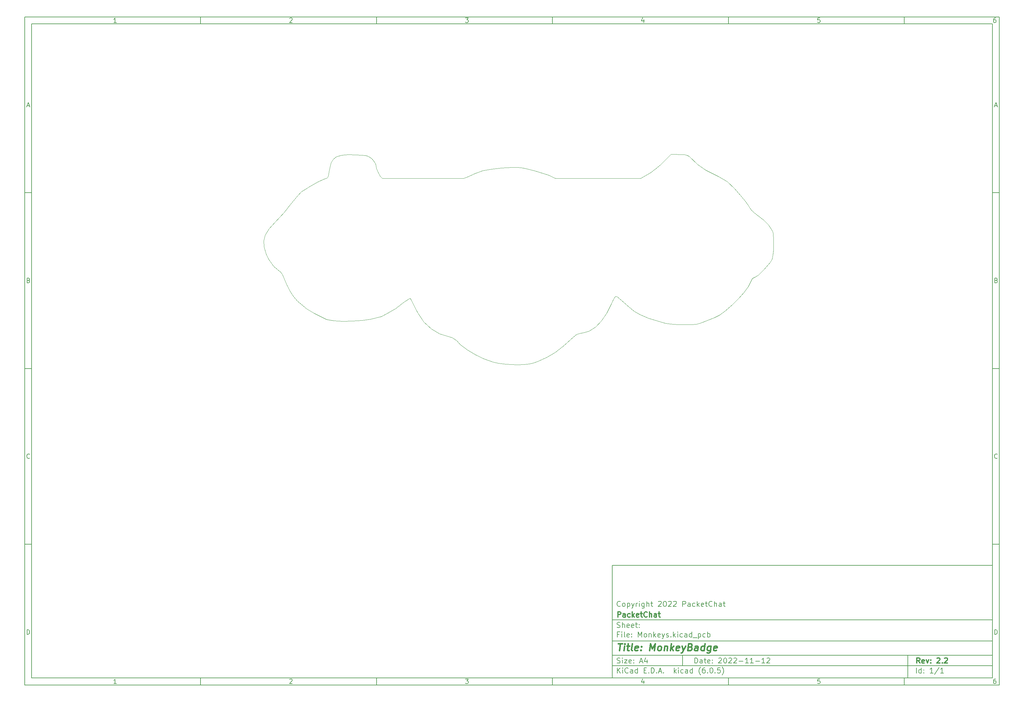
<source format=gbr>
%TF.GenerationSoftware,KiCad,Pcbnew,(6.0.5)*%
%TF.CreationDate,2022-11-12T14:57:53-08:00*%
%TF.ProjectId,Monkeys,4d6f6e6b-6579-4732-9e6b-696361645f70,2.2*%
%TF.SameCoordinates,Original*%
%TF.FileFunction,Profile,NP*%
%FSLAX46Y46*%
G04 Gerber Fmt 4.6, Leading zero omitted, Abs format (unit mm)*
G04 Created by KiCad (PCBNEW (6.0.5)) date 2022-11-12 14:57:53*
%MOMM*%
%LPD*%
G01*
G04 APERTURE LIST*
%ADD10C,0.100000*%
%ADD11C,0.150000*%
%ADD12C,0.300000*%
%ADD13C,0.400000*%
%TA.AperFunction,Profile*%
%ADD14C,0.100000*%
%TD*%
G04 APERTURE END LIST*
D10*
D11*
X177002200Y-166007200D02*
X177002200Y-198007200D01*
X285002200Y-198007200D01*
X285002200Y-166007200D01*
X177002200Y-166007200D01*
D10*
D11*
X10000000Y-10000000D02*
X10000000Y-200007200D01*
X287002200Y-200007200D01*
X287002200Y-10000000D01*
X10000000Y-10000000D01*
D10*
D11*
X12000000Y-12000000D02*
X12000000Y-198007200D01*
X285002200Y-198007200D01*
X285002200Y-12000000D01*
X12000000Y-12000000D01*
D10*
D11*
X60000000Y-12000000D02*
X60000000Y-10000000D01*
D10*
D11*
X110000000Y-12000000D02*
X110000000Y-10000000D01*
D10*
D11*
X160000000Y-12000000D02*
X160000000Y-10000000D01*
D10*
D11*
X210000000Y-12000000D02*
X210000000Y-10000000D01*
D10*
D11*
X260000000Y-12000000D02*
X260000000Y-10000000D01*
D10*
D11*
X36065476Y-11588095D02*
X35322619Y-11588095D01*
X35694047Y-11588095D02*
X35694047Y-10288095D01*
X35570238Y-10473809D01*
X35446428Y-10597619D01*
X35322619Y-10659523D01*
D10*
D11*
X85322619Y-10411904D02*
X85384523Y-10350000D01*
X85508333Y-10288095D01*
X85817857Y-10288095D01*
X85941666Y-10350000D01*
X86003571Y-10411904D01*
X86065476Y-10535714D01*
X86065476Y-10659523D01*
X86003571Y-10845238D01*
X85260714Y-11588095D01*
X86065476Y-11588095D01*
D10*
D11*
X135260714Y-10288095D02*
X136065476Y-10288095D01*
X135632142Y-10783333D01*
X135817857Y-10783333D01*
X135941666Y-10845238D01*
X136003571Y-10907142D01*
X136065476Y-11030952D01*
X136065476Y-11340476D01*
X136003571Y-11464285D01*
X135941666Y-11526190D01*
X135817857Y-11588095D01*
X135446428Y-11588095D01*
X135322619Y-11526190D01*
X135260714Y-11464285D01*
D10*
D11*
X185941666Y-10721428D02*
X185941666Y-11588095D01*
X185632142Y-10226190D02*
X185322619Y-11154761D01*
X186127380Y-11154761D01*
D10*
D11*
X236003571Y-10288095D02*
X235384523Y-10288095D01*
X235322619Y-10907142D01*
X235384523Y-10845238D01*
X235508333Y-10783333D01*
X235817857Y-10783333D01*
X235941666Y-10845238D01*
X236003571Y-10907142D01*
X236065476Y-11030952D01*
X236065476Y-11340476D01*
X236003571Y-11464285D01*
X235941666Y-11526190D01*
X235817857Y-11588095D01*
X235508333Y-11588095D01*
X235384523Y-11526190D01*
X235322619Y-11464285D01*
D10*
D11*
X285941666Y-10288095D02*
X285694047Y-10288095D01*
X285570238Y-10350000D01*
X285508333Y-10411904D01*
X285384523Y-10597619D01*
X285322619Y-10845238D01*
X285322619Y-11340476D01*
X285384523Y-11464285D01*
X285446428Y-11526190D01*
X285570238Y-11588095D01*
X285817857Y-11588095D01*
X285941666Y-11526190D01*
X286003571Y-11464285D01*
X286065476Y-11340476D01*
X286065476Y-11030952D01*
X286003571Y-10907142D01*
X285941666Y-10845238D01*
X285817857Y-10783333D01*
X285570238Y-10783333D01*
X285446428Y-10845238D01*
X285384523Y-10907142D01*
X285322619Y-11030952D01*
D10*
D11*
X60000000Y-198007200D02*
X60000000Y-200007200D01*
D10*
D11*
X110000000Y-198007200D02*
X110000000Y-200007200D01*
D10*
D11*
X160000000Y-198007200D02*
X160000000Y-200007200D01*
D10*
D11*
X210000000Y-198007200D02*
X210000000Y-200007200D01*
D10*
D11*
X260000000Y-198007200D02*
X260000000Y-200007200D01*
D10*
D11*
X36065476Y-199595295D02*
X35322619Y-199595295D01*
X35694047Y-199595295D02*
X35694047Y-198295295D01*
X35570238Y-198481009D01*
X35446428Y-198604819D01*
X35322619Y-198666723D01*
D10*
D11*
X85322619Y-198419104D02*
X85384523Y-198357200D01*
X85508333Y-198295295D01*
X85817857Y-198295295D01*
X85941666Y-198357200D01*
X86003571Y-198419104D01*
X86065476Y-198542914D01*
X86065476Y-198666723D01*
X86003571Y-198852438D01*
X85260714Y-199595295D01*
X86065476Y-199595295D01*
D10*
D11*
X135260714Y-198295295D02*
X136065476Y-198295295D01*
X135632142Y-198790533D01*
X135817857Y-198790533D01*
X135941666Y-198852438D01*
X136003571Y-198914342D01*
X136065476Y-199038152D01*
X136065476Y-199347676D01*
X136003571Y-199471485D01*
X135941666Y-199533390D01*
X135817857Y-199595295D01*
X135446428Y-199595295D01*
X135322619Y-199533390D01*
X135260714Y-199471485D01*
D10*
D11*
X185941666Y-198728628D02*
X185941666Y-199595295D01*
X185632142Y-198233390D02*
X185322619Y-199161961D01*
X186127380Y-199161961D01*
D10*
D11*
X236003571Y-198295295D02*
X235384523Y-198295295D01*
X235322619Y-198914342D01*
X235384523Y-198852438D01*
X235508333Y-198790533D01*
X235817857Y-198790533D01*
X235941666Y-198852438D01*
X236003571Y-198914342D01*
X236065476Y-199038152D01*
X236065476Y-199347676D01*
X236003571Y-199471485D01*
X235941666Y-199533390D01*
X235817857Y-199595295D01*
X235508333Y-199595295D01*
X235384523Y-199533390D01*
X235322619Y-199471485D01*
D10*
D11*
X285941666Y-198295295D02*
X285694047Y-198295295D01*
X285570238Y-198357200D01*
X285508333Y-198419104D01*
X285384523Y-198604819D01*
X285322619Y-198852438D01*
X285322619Y-199347676D01*
X285384523Y-199471485D01*
X285446428Y-199533390D01*
X285570238Y-199595295D01*
X285817857Y-199595295D01*
X285941666Y-199533390D01*
X286003571Y-199471485D01*
X286065476Y-199347676D01*
X286065476Y-199038152D01*
X286003571Y-198914342D01*
X285941666Y-198852438D01*
X285817857Y-198790533D01*
X285570238Y-198790533D01*
X285446428Y-198852438D01*
X285384523Y-198914342D01*
X285322619Y-199038152D01*
D10*
D11*
X10000000Y-60000000D02*
X12000000Y-60000000D01*
D10*
D11*
X10000000Y-110000000D02*
X12000000Y-110000000D01*
D10*
D11*
X10000000Y-160000000D02*
X12000000Y-160000000D01*
D10*
D11*
X10690476Y-35216666D02*
X11309523Y-35216666D01*
X10566666Y-35588095D02*
X11000000Y-34288095D01*
X11433333Y-35588095D01*
D10*
D11*
X11092857Y-84907142D02*
X11278571Y-84969047D01*
X11340476Y-85030952D01*
X11402380Y-85154761D01*
X11402380Y-85340476D01*
X11340476Y-85464285D01*
X11278571Y-85526190D01*
X11154761Y-85588095D01*
X10659523Y-85588095D01*
X10659523Y-84288095D01*
X11092857Y-84288095D01*
X11216666Y-84350000D01*
X11278571Y-84411904D01*
X11340476Y-84535714D01*
X11340476Y-84659523D01*
X11278571Y-84783333D01*
X11216666Y-84845238D01*
X11092857Y-84907142D01*
X10659523Y-84907142D01*
D10*
D11*
X11402380Y-135464285D02*
X11340476Y-135526190D01*
X11154761Y-135588095D01*
X11030952Y-135588095D01*
X10845238Y-135526190D01*
X10721428Y-135402380D01*
X10659523Y-135278571D01*
X10597619Y-135030952D01*
X10597619Y-134845238D01*
X10659523Y-134597619D01*
X10721428Y-134473809D01*
X10845238Y-134350000D01*
X11030952Y-134288095D01*
X11154761Y-134288095D01*
X11340476Y-134350000D01*
X11402380Y-134411904D01*
D10*
D11*
X10659523Y-185588095D02*
X10659523Y-184288095D01*
X10969047Y-184288095D01*
X11154761Y-184350000D01*
X11278571Y-184473809D01*
X11340476Y-184597619D01*
X11402380Y-184845238D01*
X11402380Y-185030952D01*
X11340476Y-185278571D01*
X11278571Y-185402380D01*
X11154761Y-185526190D01*
X10969047Y-185588095D01*
X10659523Y-185588095D01*
D10*
D11*
X287002200Y-60000000D02*
X285002200Y-60000000D01*
D10*
D11*
X287002200Y-110000000D02*
X285002200Y-110000000D01*
D10*
D11*
X287002200Y-160000000D02*
X285002200Y-160000000D01*
D10*
D11*
X285692676Y-35216666D02*
X286311723Y-35216666D01*
X285568866Y-35588095D02*
X286002200Y-34288095D01*
X286435533Y-35588095D01*
D10*
D11*
X286095057Y-84907142D02*
X286280771Y-84969047D01*
X286342676Y-85030952D01*
X286404580Y-85154761D01*
X286404580Y-85340476D01*
X286342676Y-85464285D01*
X286280771Y-85526190D01*
X286156961Y-85588095D01*
X285661723Y-85588095D01*
X285661723Y-84288095D01*
X286095057Y-84288095D01*
X286218866Y-84350000D01*
X286280771Y-84411904D01*
X286342676Y-84535714D01*
X286342676Y-84659523D01*
X286280771Y-84783333D01*
X286218866Y-84845238D01*
X286095057Y-84907142D01*
X285661723Y-84907142D01*
D10*
D11*
X286404580Y-135464285D02*
X286342676Y-135526190D01*
X286156961Y-135588095D01*
X286033152Y-135588095D01*
X285847438Y-135526190D01*
X285723628Y-135402380D01*
X285661723Y-135278571D01*
X285599819Y-135030952D01*
X285599819Y-134845238D01*
X285661723Y-134597619D01*
X285723628Y-134473809D01*
X285847438Y-134350000D01*
X286033152Y-134288095D01*
X286156961Y-134288095D01*
X286342676Y-134350000D01*
X286404580Y-134411904D01*
D10*
D11*
X285661723Y-185588095D02*
X285661723Y-184288095D01*
X285971247Y-184288095D01*
X286156961Y-184350000D01*
X286280771Y-184473809D01*
X286342676Y-184597619D01*
X286404580Y-184845238D01*
X286404580Y-185030952D01*
X286342676Y-185278571D01*
X286280771Y-185402380D01*
X286156961Y-185526190D01*
X285971247Y-185588095D01*
X285661723Y-185588095D01*
D10*
D11*
X200434342Y-193785771D02*
X200434342Y-192285771D01*
X200791485Y-192285771D01*
X201005771Y-192357200D01*
X201148628Y-192500057D01*
X201220057Y-192642914D01*
X201291485Y-192928628D01*
X201291485Y-193142914D01*
X201220057Y-193428628D01*
X201148628Y-193571485D01*
X201005771Y-193714342D01*
X200791485Y-193785771D01*
X200434342Y-193785771D01*
X202577200Y-193785771D02*
X202577200Y-193000057D01*
X202505771Y-192857200D01*
X202362914Y-192785771D01*
X202077200Y-192785771D01*
X201934342Y-192857200D01*
X202577200Y-193714342D02*
X202434342Y-193785771D01*
X202077200Y-193785771D01*
X201934342Y-193714342D01*
X201862914Y-193571485D01*
X201862914Y-193428628D01*
X201934342Y-193285771D01*
X202077200Y-193214342D01*
X202434342Y-193214342D01*
X202577200Y-193142914D01*
X203077200Y-192785771D02*
X203648628Y-192785771D01*
X203291485Y-192285771D02*
X203291485Y-193571485D01*
X203362914Y-193714342D01*
X203505771Y-193785771D01*
X203648628Y-193785771D01*
X204720057Y-193714342D02*
X204577200Y-193785771D01*
X204291485Y-193785771D01*
X204148628Y-193714342D01*
X204077200Y-193571485D01*
X204077200Y-193000057D01*
X204148628Y-192857200D01*
X204291485Y-192785771D01*
X204577200Y-192785771D01*
X204720057Y-192857200D01*
X204791485Y-193000057D01*
X204791485Y-193142914D01*
X204077200Y-193285771D01*
X205434342Y-193642914D02*
X205505771Y-193714342D01*
X205434342Y-193785771D01*
X205362914Y-193714342D01*
X205434342Y-193642914D01*
X205434342Y-193785771D01*
X205434342Y-192857200D02*
X205505771Y-192928628D01*
X205434342Y-193000057D01*
X205362914Y-192928628D01*
X205434342Y-192857200D01*
X205434342Y-193000057D01*
X207220057Y-192428628D02*
X207291485Y-192357200D01*
X207434342Y-192285771D01*
X207791485Y-192285771D01*
X207934342Y-192357200D01*
X208005771Y-192428628D01*
X208077200Y-192571485D01*
X208077200Y-192714342D01*
X208005771Y-192928628D01*
X207148628Y-193785771D01*
X208077200Y-193785771D01*
X209005771Y-192285771D02*
X209148628Y-192285771D01*
X209291485Y-192357200D01*
X209362914Y-192428628D01*
X209434342Y-192571485D01*
X209505771Y-192857200D01*
X209505771Y-193214342D01*
X209434342Y-193500057D01*
X209362914Y-193642914D01*
X209291485Y-193714342D01*
X209148628Y-193785771D01*
X209005771Y-193785771D01*
X208862914Y-193714342D01*
X208791485Y-193642914D01*
X208720057Y-193500057D01*
X208648628Y-193214342D01*
X208648628Y-192857200D01*
X208720057Y-192571485D01*
X208791485Y-192428628D01*
X208862914Y-192357200D01*
X209005771Y-192285771D01*
X210077200Y-192428628D02*
X210148628Y-192357200D01*
X210291485Y-192285771D01*
X210648628Y-192285771D01*
X210791485Y-192357200D01*
X210862914Y-192428628D01*
X210934342Y-192571485D01*
X210934342Y-192714342D01*
X210862914Y-192928628D01*
X210005771Y-193785771D01*
X210934342Y-193785771D01*
X211505771Y-192428628D02*
X211577200Y-192357200D01*
X211720057Y-192285771D01*
X212077200Y-192285771D01*
X212220057Y-192357200D01*
X212291485Y-192428628D01*
X212362914Y-192571485D01*
X212362914Y-192714342D01*
X212291485Y-192928628D01*
X211434342Y-193785771D01*
X212362914Y-193785771D01*
X213005771Y-193214342D02*
X214148628Y-193214342D01*
X215648628Y-193785771D02*
X214791485Y-193785771D01*
X215220057Y-193785771D02*
X215220057Y-192285771D01*
X215077200Y-192500057D01*
X214934342Y-192642914D01*
X214791485Y-192714342D01*
X217077200Y-193785771D02*
X216220057Y-193785771D01*
X216648628Y-193785771D02*
X216648628Y-192285771D01*
X216505771Y-192500057D01*
X216362914Y-192642914D01*
X216220057Y-192714342D01*
X217720057Y-193214342D02*
X218862914Y-193214342D01*
X220362914Y-193785771D02*
X219505771Y-193785771D01*
X219934342Y-193785771D02*
X219934342Y-192285771D01*
X219791485Y-192500057D01*
X219648628Y-192642914D01*
X219505771Y-192714342D01*
X220934342Y-192428628D02*
X221005771Y-192357200D01*
X221148628Y-192285771D01*
X221505771Y-192285771D01*
X221648628Y-192357200D01*
X221720057Y-192428628D01*
X221791485Y-192571485D01*
X221791485Y-192714342D01*
X221720057Y-192928628D01*
X220862914Y-193785771D01*
X221791485Y-193785771D01*
D10*
D11*
X177002200Y-194507200D02*
X285002200Y-194507200D01*
D10*
D11*
X178434342Y-196585771D02*
X178434342Y-195085771D01*
X179291485Y-196585771D02*
X178648628Y-195728628D01*
X179291485Y-195085771D02*
X178434342Y-195942914D01*
X179934342Y-196585771D02*
X179934342Y-195585771D01*
X179934342Y-195085771D02*
X179862914Y-195157200D01*
X179934342Y-195228628D01*
X180005771Y-195157200D01*
X179934342Y-195085771D01*
X179934342Y-195228628D01*
X181505771Y-196442914D02*
X181434342Y-196514342D01*
X181220057Y-196585771D01*
X181077200Y-196585771D01*
X180862914Y-196514342D01*
X180720057Y-196371485D01*
X180648628Y-196228628D01*
X180577200Y-195942914D01*
X180577200Y-195728628D01*
X180648628Y-195442914D01*
X180720057Y-195300057D01*
X180862914Y-195157200D01*
X181077200Y-195085771D01*
X181220057Y-195085771D01*
X181434342Y-195157200D01*
X181505771Y-195228628D01*
X182791485Y-196585771D02*
X182791485Y-195800057D01*
X182720057Y-195657200D01*
X182577200Y-195585771D01*
X182291485Y-195585771D01*
X182148628Y-195657200D01*
X182791485Y-196514342D02*
X182648628Y-196585771D01*
X182291485Y-196585771D01*
X182148628Y-196514342D01*
X182077200Y-196371485D01*
X182077200Y-196228628D01*
X182148628Y-196085771D01*
X182291485Y-196014342D01*
X182648628Y-196014342D01*
X182791485Y-195942914D01*
X184148628Y-196585771D02*
X184148628Y-195085771D01*
X184148628Y-196514342D02*
X184005771Y-196585771D01*
X183720057Y-196585771D01*
X183577200Y-196514342D01*
X183505771Y-196442914D01*
X183434342Y-196300057D01*
X183434342Y-195871485D01*
X183505771Y-195728628D01*
X183577200Y-195657200D01*
X183720057Y-195585771D01*
X184005771Y-195585771D01*
X184148628Y-195657200D01*
X186005771Y-195800057D02*
X186505771Y-195800057D01*
X186720057Y-196585771D02*
X186005771Y-196585771D01*
X186005771Y-195085771D01*
X186720057Y-195085771D01*
X187362914Y-196442914D02*
X187434342Y-196514342D01*
X187362914Y-196585771D01*
X187291485Y-196514342D01*
X187362914Y-196442914D01*
X187362914Y-196585771D01*
X188077200Y-196585771D02*
X188077200Y-195085771D01*
X188434342Y-195085771D01*
X188648628Y-195157200D01*
X188791485Y-195300057D01*
X188862914Y-195442914D01*
X188934342Y-195728628D01*
X188934342Y-195942914D01*
X188862914Y-196228628D01*
X188791485Y-196371485D01*
X188648628Y-196514342D01*
X188434342Y-196585771D01*
X188077200Y-196585771D01*
X189577200Y-196442914D02*
X189648628Y-196514342D01*
X189577200Y-196585771D01*
X189505771Y-196514342D01*
X189577200Y-196442914D01*
X189577200Y-196585771D01*
X190220057Y-196157200D02*
X190934342Y-196157200D01*
X190077200Y-196585771D02*
X190577200Y-195085771D01*
X191077200Y-196585771D01*
X191577200Y-196442914D02*
X191648628Y-196514342D01*
X191577200Y-196585771D01*
X191505771Y-196514342D01*
X191577200Y-196442914D01*
X191577200Y-196585771D01*
X194577200Y-196585771D02*
X194577200Y-195085771D01*
X194720057Y-196014342D02*
X195148628Y-196585771D01*
X195148628Y-195585771D02*
X194577200Y-196157200D01*
X195791485Y-196585771D02*
X195791485Y-195585771D01*
X195791485Y-195085771D02*
X195720057Y-195157200D01*
X195791485Y-195228628D01*
X195862914Y-195157200D01*
X195791485Y-195085771D01*
X195791485Y-195228628D01*
X197148628Y-196514342D02*
X197005771Y-196585771D01*
X196720057Y-196585771D01*
X196577200Y-196514342D01*
X196505771Y-196442914D01*
X196434342Y-196300057D01*
X196434342Y-195871485D01*
X196505771Y-195728628D01*
X196577200Y-195657200D01*
X196720057Y-195585771D01*
X197005771Y-195585771D01*
X197148628Y-195657200D01*
X198434342Y-196585771D02*
X198434342Y-195800057D01*
X198362914Y-195657200D01*
X198220057Y-195585771D01*
X197934342Y-195585771D01*
X197791485Y-195657200D01*
X198434342Y-196514342D02*
X198291485Y-196585771D01*
X197934342Y-196585771D01*
X197791485Y-196514342D01*
X197720057Y-196371485D01*
X197720057Y-196228628D01*
X197791485Y-196085771D01*
X197934342Y-196014342D01*
X198291485Y-196014342D01*
X198434342Y-195942914D01*
X199791485Y-196585771D02*
X199791485Y-195085771D01*
X199791485Y-196514342D02*
X199648628Y-196585771D01*
X199362914Y-196585771D01*
X199220057Y-196514342D01*
X199148628Y-196442914D01*
X199077200Y-196300057D01*
X199077200Y-195871485D01*
X199148628Y-195728628D01*
X199220057Y-195657200D01*
X199362914Y-195585771D01*
X199648628Y-195585771D01*
X199791485Y-195657200D01*
X202077200Y-197157200D02*
X202005771Y-197085771D01*
X201862914Y-196871485D01*
X201791485Y-196728628D01*
X201720057Y-196514342D01*
X201648628Y-196157200D01*
X201648628Y-195871485D01*
X201720057Y-195514342D01*
X201791485Y-195300057D01*
X201862914Y-195157200D01*
X202005771Y-194942914D01*
X202077200Y-194871485D01*
X203291485Y-195085771D02*
X203005771Y-195085771D01*
X202862914Y-195157200D01*
X202791485Y-195228628D01*
X202648628Y-195442914D01*
X202577200Y-195728628D01*
X202577200Y-196300057D01*
X202648628Y-196442914D01*
X202720057Y-196514342D01*
X202862914Y-196585771D01*
X203148628Y-196585771D01*
X203291485Y-196514342D01*
X203362914Y-196442914D01*
X203434342Y-196300057D01*
X203434342Y-195942914D01*
X203362914Y-195800057D01*
X203291485Y-195728628D01*
X203148628Y-195657200D01*
X202862914Y-195657200D01*
X202720057Y-195728628D01*
X202648628Y-195800057D01*
X202577200Y-195942914D01*
X204077200Y-196442914D02*
X204148628Y-196514342D01*
X204077200Y-196585771D01*
X204005771Y-196514342D01*
X204077200Y-196442914D01*
X204077200Y-196585771D01*
X205077200Y-195085771D02*
X205220057Y-195085771D01*
X205362914Y-195157200D01*
X205434342Y-195228628D01*
X205505771Y-195371485D01*
X205577200Y-195657200D01*
X205577200Y-196014342D01*
X205505771Y-196300057D01*
X205434342Y-196442914D01*
X205362914Y-196514342D01*
X205220057Y-196585771D01*
X205077200Y-196585771D01*
X204934342Y-196514342D01*
X204862914Y-196442914D01*
X204791485Y-196300057D01*
X204720057Y-196014342D01*
X204720057Y-195657200D01*
X204791485Y-195371485D01*
X204862914Y-195228628D01*
X204934342Y-195157200D01*
X205077200Y-195085771D01*
X206220057Y-196442914D02*
X206291485Y-196514342D01*
X206220057Y-196585771D01*
X206148628Y-196514342D01*
X206220057Y-196442914D01*
X206220057Y-196585771D01*
X207648628Y-195085771D02*
X206934342Y-195085771D01*
X206862914Y-195800057D01*
X206934342Y-195728628D01*
X207077200Y-195657200D01*
X207434342Y-195657200D01*
X207577200Y-195728628D01*
X207648628Y-195800057D01*
X207720057Y-195942914D01*
X207720057Y-196300057D01*
X207648628Y-196442914D01*
X207577200Y-196514342D01*
X207434342Y-196585771D01*
X207077200Y-196585771D01*
X206934342Y-196514342D01*
X206862914Y-196442914D01*
X208220057Y-197157200D02*
X208291485Y-197085771D01*
X208434342Y-196871485D01*
X208505771Y-196728628D01*
X208577200Y-196514342D01*
X208648628Y-196157200D01*
X208648628Y-195871485D01*
X208577200Y-195514342D01*
X208505771Y-195300057D01*
X208434342Y-195157200D01*
X208291485Y-194942914D01*
X208220057Y-194871485D01*
D10*
D11*
X177002200Y-191507200D02*
X285002200Y-191507200D01*
D10*
D12*
X264411485Y-193785771D02*
X263911485Y-193071485D01*
X263554342Y-193785771D02*
X263554342Y-192285771D01*
X264125771Y-192285771D01*
X264268628Y-192357200D01*
X264340057Y-192428628D01*
X264411485Y-192571485D01*
X264411485Y-192785771D01*
X264340057Y-192928628D01*
X264268628Y-193000057D01*
X264125771Y-193071485D01*
X263554342Y-193071485D01*
X265625771Y-193714342D02*
X265482914Y-193785771D01*
X265197200Y-193785771D01*
X265054342Y-193714342D01*
X264982914Y-193571485D01*
X264982914Y-193000057D01*
X265054342Y-192857200D01*
X265197200Y-192785771D01*
X265482914Y-192785771D01*
X265625771Y-192857200D01*
X265697200Y-193000057D01*
X265697200Y-193142914D01*
X264982914Y-193285771D01*
X266197200Y-192785771D02*
X266554342Y-193785771D01*
X266911485Y-192785771D01*
X267482914Y-193642914D02*
X267554342Y-193714342D01*
X267482914Y-193785771D01*
X267411485Y-193714342D01*
X267482914Y-193642914D01*
X267482914Y-193785771D01*
X267482914Y-192857200D02*
X267554342Y-192928628D01*
X267482914Y-193000057D01*
X267411485Y-192928628D01*
X267482914Y-192857200D01*
X267482914Y-193000057D01*
X269268628Y-192428628D02*
X269340057Y-192357200D01*
X269482914Y-192285771D01*
X269840057Y-192285771D01*
X269982914Y-192357200D01*
X270054342Y-192428628D01*
X270125771Y-192571485D01*
X270125771Y-192714342D01*
X270054342Y-192928628D01*
X269197200Y-193785771D01*
X270125771Y-193785771D01*
X270768628Y-193642914D02*
X270840057Y-193714342D01*
X270768628Y-193785771D01*
X270697200Y-193714342D01*
X270768628Y-193642914D01*
X270768628Y-193785771D01*
X271411485Y-192428628D02*
X271482914Y-192357200D01*
X271625771Y-192285771D01*
X271982914Y-192285771D01*
X272125771Y-192357200D01*
X272197200Y-192428628D01*
X272268628Y-192571485D01*
X272268628Y-192714342D01*
X272197200Y-192928628D01*
X271340057Y-193785771D01*
X272268628Y-193785771D01*
D10*
D11*
X178362914Y-193714342D02*
X178577200Y-193785771D01*
X178934342Y-193785771D01*
X179077200Y-193714342D01*
X179148628Y-193642914D01*
X179220057Y-193500057D01*
X179220057Y-193357200D01*
X179148628Y-193214342D01*
X179077200Y-193142914D01*
X178934342Y-193071485D01*
X178648628Y-193000057D01*
X178505771Y-192928628D01*
X178434342Y-192857200D01*
X178362914Y-192714342D01*
X178362914Y-192571485D01*
X178434342Y-192428628D01*
X178505771Y-192357200D01*
X178648628Y-192285771D01*
X179005771Y-192285771D01*
X179220057Y-192357200D01*
X179862914Y-193785771D02*
X179862914Y-192785771D01*
X179862914Y-192285771D02*
X179791485Y-192357200D01*
X179862914Y-192428628D01*
X179934342Y-192357200D01*
X179862914Y-192285771D01*
X179862914Y-192428628D01*
X180434342Y-192785771D02*
X181220057Y-192785771D01*
X180434342Y-193785771D01*
X181220057Y-193785771D01*
X182362914Y-193714342D02*
X182220057Y-193785771D01*
X181934342Y-193785771D01*
X181791485Y-193714342D01*
X181720057Y-193571485D01*
X181720057Y-193000057D01*
X181791485Y-192857200D01*
X181934342Y-192785771D01*
X182220057Y-192785771D01*
X182362914Y-192857200D01*
X182434342Y-193000057D01*
X182434342Y-193142914D01*
X181720057Y-193285771D01*
X183077200Y-193642914D02*
X183148628Y-193714342D01*
X183077200Y-193785771D01*
X183005771Y-193714342D01*
X183077200Y-193642914D01*
X183077200Y-193785771D01*
X183077200Y-192857200D02*
X183148628Y-192928628D01*
X183077200Y-193000057D01*
X183005771Y-192928628D01*
X183077200Y-192857200D01*
X183077200Y-193000057D01*
X184862914Y-193357200D02*
X185577200Y-193357200D01*
X184720057Y-193785771D02*
X185220057Y-192285771D01*
X185720057Y-193785771D01*
X186862914Y-192785771D02*
X186862914Y-193785771D01*
X186505771Y-192214342D02*
X186148628Y-193285771D01*
X187077200Y-193285771D01*
D10*
D11*
X263434342Y-196585771D02*
X263434342Y-195085771D01*
X264791485Y-196585771D02*
X264791485Y-195085771D01*
X264791485Y-196514342D02*
X264648628Y-196585771D01*
X264362914Y-196585771D01*
X264220057Y-196514342D01*
X264148628Y-196442914D01*
X264077200Y-196300057D01*
X264077200Y-195871485D01*
X264148628Y-195728628D01*
X264220057Y-195657200D01*
X264362914Y-195585771D01*
X264648628Y-195585771D01*
X264791485Y-195657200D01*
X265505771Y-196442914D02*
X265577200Y-196514342D01*
X265505771Y-196585771D01*
X265434342Y-196514342D01*
X265505771Y-196442914D01*
X265505771Y-196585771D01*
X265505771Y-195657200D02*
X265577200Y-195728628D01*
X265505771Y-195800057D01*
X265434342Y-195728628D01*
X265505771Y-195657200D01*
X265505771Y-195800057D01*
X268148628Y-196585771D02*
X267291485Y-196585771D01*
X267720057Y-196585771D02*
X267720057Y-195085771D01*
X267577200Y-195300057D01*
X267434342Y-195442914D01*
X267291485Y-195514342D01*
X269862914Y-195014342D02*
X268577200Y-196942914D01*
X271148628Y-196585771D02*
X270291485Y-196585771D01*
X270720057Y-196585771D02*
X270720057Y-195085771D01*
X270577200Y-195300057D01*
X270434342Y-195442914D01*
X270291485Y-195514342D01*
D10*
D11*
X177002200Y-187507200D02*
X285002200Y-187507200D01*
D10*
D13*
X178714580Y-188211961D02*
X179857438Y-188211961D01*
X179036009Y-190211961D02*
X179286009Y-188211961D01*
X180274104Y-190211961D02*
X180440771Y-188878628D01*
X180524104Y-188211961D02*
X180416961Y-188307200D01*
X180500295Y-188402438D01*
X180607438Y-188307200D01*
X180524104Y-188211961D01*
X180500295Y-188402438D01*
X181107438Y-188878628D02*
X181869342Y-188878628D01*
X181476485Y-188211961D02*
X181262200Y-189926247D01*
X181333628Y-190116723D01*
X181512200Y-190211961D01*
X181702676Y-190211961D01*
X182655057Y-190211961D02*
X182476485Y-190116723D01*
X182405057Y-189926247D01*
X182619342Y-188211961D01*
X184190771Y-190116723D02*
X183988390Y-190211961D01*
X183607438Y-190211961D01*
X183428866Y-190116723D01*
X183357438Y-189926247D01*
X183452676Y-189164342D01*
X183571723Y-188973866D01*
X183774104Y-188878628D01*
X184155057Y-188878628D01*
X184333628Y-188973866D01*
X184405057Y-189164342D01*
X184381247Y-189354819D01*
X183405057Y-189545295D01*
X185155057Y-190021485D02*
X185238390Y-190116723D01*
X185131247Y-190211961D01*
X185047914Y-190116723D01*
X185155057Y-190021485D01*
X185131247Y-190211961D01*
X185286009Y-188973866D02*
X185369342Y-189069104D01*
X185262200Y-189164342D01*
X185178866Y-189069104D01*
X185286009Y-188973866D01*
X185262200Y-189164342D01*
X187607438Y-190211961D02*
X187857438Y-188211961D01*
X188345533Y-189640533D01*
X189190771Y-188211961D01*
X188940771Y-190211961D01*
X190178866Y-190211961D02*
X190000295Y-190116723D01*
X189916961Y-190021485D01*
X189845533Y-189831009D01*
X189916961Y-189259580D01*
X190036009Y-189069104D01*
X190143152Y-188973866D01*
X190345533Y-188878628D01*
X190631247Y-188878628D01*
X190809819Y-188973866D01*
X190893152Y-189069104D01*
X190964580Y-189259580D01*
X190893152Y-189831009D01*
X190774104Y-190021485D01*
X190666961Y-190116723D01*
X190464580Y-190211961D01*
X190178866Y-190211961D01*
X191869342Y-188878628D02*
X191702676Y-190211961D01*
X191845533Y-189069104D02*
X191952676Y-188973866D01*
X192155057Y-188878628D01*
X192440771Y-188878628D01*
X192619342Y-188973866D01*
X192690771Y-189164342D01*
X192559819Y-190211961D01*
X193512200Y-190211961D02*
X193762200Y-188211961D01*
X193797914Y-189450057D02*
X194274104Y-190211961D01*
X194440771Y-188878628D02*
X193583628Y-189640533D01*
X195905057Y-190116723D02*
X195702676Y-190211961D01*
X195321723Y-190211961D01*
X195143152Y-190116723D01*
X195071723Y-189926247D01*
X195166961Y-189164342D01*
X195286009Y-188973866D01*
X195488390Y-188878628D01*
X195869342Y-188878628D01*
X196047914Y-188973866D01*
X196119342Y-189164342D01*
X196095533Y-189354819D01*
X195119342Y-189545295D01*
X196821723Y-188878628D02*
X197131247Y-190211961D01*
X197774104Y-188878628D02*
X197131247Y-190211961D01*
X196881247Y-190688152D01*
X196774104Y-190783390D01*
X196571723Y-190878628D01*
X199166961Y-189164342D02*
X199440771Y-189259580D01*
X199524104Y-189354819D01*
X199595533Y-189545295D01*
X199559819Y-189831009D01*
X199440771Y-190021485D01*
X199333628Y-190116723D01*
X199131247Y-190211961D01*
X198369342Y-190211961D01*
X198619342Y-188211961D01*
X199286009Y-188211961D01*
X199464580Y-188307200D01*
X199547914Y-188402438D01*
X199619342Y-188592914D01*
X199595533Y-188783390D01*
X199476485Y-188973866D01*
X199369342Y-189069104D01*
X199166961Y-189164342D01*
X198500295Y-189164342D01*
X201226485Y-190211961D02*
X201357438Y-189164342D01*
X201286009Y-188973866D01*
X201107438Y-188878628D01*
X200726485Y-188878628D01*
X200524104Y-188973866D01*
X201238390Y-190116723D02*
X201036009Y-190211961D01*
X200559819Y-190211961D01*
X200381247Y-190116723D01*
X200309819Y-189926247D01*
X200333628Y-189735771D01*
X200452676Y-189545295D01*
X200655057Y-189450057D01*
X201131247Y-189450057D01*
X201333628Y-189354819D01*
X203036009Y-190211961D02*
X203286009Y-188211961D01*
X203047914Y-190116723D02*
X202845533Y-190211961D01*
X202464580Y-190211961D01*
X202286009Y-190116723D01*
X202202676Y-190021485D01*
X202131247Y-189831009D01*
X202202676Y-189259580D01*
X202321723Y-189069104D01*
X202428866Y-188973866D01*
X202631247Y-188878628D01*
X203012200Y-188878628D01*
X203190771Y-188973866D01*
X205012200Y-188878628D02*
X204809819Y-190497676D01*
X204690771Y-190688152D01*
X204583628Y-190783390D01*
X204381247Y-190878628D01*
X204095533Y-190878628D01*
X203916961Y-190783390D01*
X204857438Y-190116723D02*
X204655057Y-190211961D01*
X204274104Y-190211961D01*
X204095533Y-190116723D01*
X204012200Y-190021485D01*
X203940771Y-189831009D01*
X204012200Y-189259580D01*
X204131247Y-189069104D01*
X204238390Y-188973866D01*
X204440771Y-188878628D01*
X204821723Y-188878628D01*
X205000295Y-188973866D01*
X206571723Y-190116723D02*
X206369342Y-190211961D01*
X205988390Y-190211961D01*
X205809819Y-190116723D01*
X205738390Y-189926247D01*
X205833628Y-189164342D01*
X205952676Y-188973866D01*
X206155057Y-188878628D01*
X206536009Y-188878628D01*
X206714580Y-188973866D01*
X206786009Y-189164342D01*
X206762200Y-189354819D01*
X205786009Y-189545295D01*
D10*
D11*
X178934342Y-185600057D02*
X178434342Y-185600057D01*
X178434342Y-186385771D02*
X178434342Y-184885771D01*
X179148628Y-184885771D01*
X179720057Y-186385771D02*
X179720057Y-185385771D01*
X179720057Y-184885771D02*
X179648628Y-184957200D01*
X179720057Y-185028628D01*
X179791485Y-184957200D01*
X179720057Y-184885771D01*
X179720057Y-185028628D01*
X180648628Y-186385771D02*
X180505771Y-186314342D01*
X180434342Y-186171485D01*
X180434342Y-184885771D01*
X181791485Y-186314342D02*
X181648628Y-186385771D01*
X181362914Y-186385771D01*
X181220057Y-186314342D01*
X181148628Y-186171485D01*
X181148628Y-185600057D01*
X181220057Y-185457200D01*
X181362914Y-185385771D01*
X181648628Y-185385771D01*
X181791485Y-185457200D01*
X181862914Y-185600057D01*
X181862914Y-185742914D01*
X181148628Y-185885771D01*
X182505771Y-186242914D02*
X182577200Y-186314342D01*
X182505771Y-186385771D01*
X182434342Y-186314342D01*
X182505771Y-186242914D01*
X182505771Y-186385771D01*
X182505771Y-185457200D02*
X182577200Y-185528628D01*
X182505771Y-185600057D01*
X182434342Y-185528628D01*
X182505771Y-185457200D01*
X182505771Y-185600057D01*
X184362914Y-186385771D02*
X184362914Y-184885771D01*
X184862914Y-185957200D01*
X185362914Y-184885771D01*
X185362914Y-186385771D01*
X186291485Y-186385771D02*
X186148628Y-186314342D01*
X186077200Y-186242914D01*
X186005771Y-186100057D01*
X186005771Y-185671485D01*
X186077200Y-185528628D01*
X186148628Y-185457200D01*
X186291485Y-185385771D01*
X186505771Y-185385771D01*
X186648628Y-185457200D01*
X186720057Y-185528628D01*
X186791485Y-185671485D01*
X186791485Y-186100057D01*
X186720057Y-186242914D01*
X186648628Y-186314342D01*
X186505771Y-186385771D01*
X186291485Y-186385771D01*
X187434342Y-185385771D02*
X187434342Y-186385771D01*
X187434342Y-185528628D02*
X187505771Y-185457200D01*
X187648628Y-185385771D01*
X187862914Y-185385771D01*
X188005771Y-185457200D01*
X188077200Y-185600057D01*
X188077200Y-186385771D01*
X188791485Y-186385771D02*
X188791485Y-184885771D01*
X188934342Y-185814342D02*
X189362914Y-186385771D01*
X189362914Y-185385771D02*
X188791485Y-185957200D01*
X190577200Y-186314342D02*
X190434342Y-186385771D01*
X190148628Y-186385771D01*
X190005771Y-186314342D01*
X189934342Y-186171485D01*
X189934342Y-185600057D01*
X190005771Y-185457200D01*
X190148628Y-185385771D01*
X190434342Y-185385771D01*
X190577200Y-185457200D01*
X190648628Y-185600057D01*
X190648628Y-185742914D01*
X189934342Y-185885771D01*
X191148628Y-185385771D02*
X191505771Y-186385771D01*
X191862914Y-185385771D02*
X191505771Y-186385771D01*
X191362914Y-186742914D01*
X191291485Y-186814342D01*
X191148628Y-186885771D01*
X192362914Y-186314342D02*
X192505771Y-186385771D01*
X192791485Y-186385771D01*
X192934342Y-186314342D01*
X193005771Y-186171485D01*
X193005771Y-186100057D01*
X192934342Y-185957200D01*
X192791485Y-185885771D01*
X192577200Y-185885771D01*
X192434342Y-185814342D01*
X192362914Y-185671485D01*
X192362914Y-185600057D01*
X192434342Y-185457200D01*
X192577200Y-185385771D01*
X192791485Y-185385771D01*
X192934342Y-185457200D01*
X193648628Y-186242914D02*
X193720057Y-186314342D01*
X193648628Y-186385771D01*
X193577200Y-186314342D01*
X193648628Y-186242914D01*
X193648628Y-186385771D01*
X194362914Y-186385771D02*
X194362914Y-184885771D01*
X194505771Y-185814342D02*
X194934342Y-186385771D01*
X194934342Y-185385771D02*
X194362914Y-185957200D01*
X195577200Y-186385771D02*
X195577200Y-185385771D01*
X195577200Y-184885771D02*
X195505771Y-184957200D01*
X195577200Y-185028628D01*
X195648628Y-184957200D01*
X195577200Y-184885771D01*
X195577200Y-185028628D01*
X196934342Y-186314342D02*
X196791485Y-186385771D01*
X196505771Y-186385771D01*
X196362914Y-186314342D01*
X196291485Y-186242914D01*
X196220057Y-186100057D01*
X196220057Y-185671485D01*
X196291485Y-185528628D01*
X196362914Y-185457200D01*
X196505771Y-185385771D01*
X196791485Y-185385771D01*
X196934342Y-185457200D01*
X198220057Y-186385771D02*
X198220057Y-185600057D01*
X198148628Y-185457200D01*
X198005771Y-185385771D01*
X197720057Y-185385771D01*
X197577200Y-185457200D01*
X198220057Y-186314342D02*
X198077200Y-186385771D01*
X197720057Y-186385771D01*
X197577200Y-186314342D01*
X197505771Y-186171485D01*
X197505771Y-186028628D01*
X197577200Y-185885771D01*
X197720057Y-185814342D01*
X198077200Y-185814342D01*
X198220057Y-185742914D01*
X199577200Y-186385771D02*
X199577200Y-184885771D01*
X199577200Y-186314342D02*
X199434342Y-186385771D01*
X199148628Y-186385771D01*
X199005771Y-186314342D01*
X198934342Y-186242914D01*
X198862914Y-186100057D01*
X198862914Y-185671485D01*
X198934342Y-185528628D01*
X199005771Y-185457200D01*
X199148628Y-185385771D01*
X199434342Y-185385771D01*
X199577200Y-185457200D01*
X199934342Y-186528628D02*
X201077200Y-186528628D01*
X201434342Y-185385771D02*
X201434342Y-186885771D01*
X201434342Y-185457200D02*
X201577200Y-185385771D01*
X201862914Y-185385771D01*
X202005771Y-185457200D01*
X202077200Y-185528628D01*
X202148628Y-185671485D01*
X202148628Y-186100057D01*
X202077200Y-186242914D01*
X202005771Y-186314342D01*
X201862914Y-186385771D01*
X201577200Y-186385771D01*
X201434342Y-186314342D01*
X203434342Y-186314342D02*
X203291485Y-186385771D01*
X203005771Y-186385771D01*
X202862914Y-186314342D01*
X202791485Y-186242914D01*
X202720057Y-186100057D01*
X202720057Y-185671485D01*
X202791485Y-185528628D01*
X202862914Y-185457200D01*
X203005771Y-185385771D01*
X203291485Y-185385771D01*
X203434342Y-185457200D01*
X204077200Y-186385771D02*
X204077200Y-184885771D01*
X204077200Y-185457200D02*
X204220057Y-185385771D01*
X204505771Y-185385771D01*
X204648628Y-185457200D01*
X204720057Y-185528628D01*
X204791485Y-185671485D01*
X204791485Y-186100057D01*
X204720057Y-186242914D01*
X204648628Y-186314342D01*
X204505771Y-186385771D01*
X204220057Y-186385771D01*
X204077200Y-186314342D01*
D10*
D11*
X177002200Y-181507200D02*
X285002200Y-181507200D01*
D10*
D11*
X178362914Y-183614342D02*
X178577200Y-183685771D01*
X178934342Y-183685771D01*
X179077200Y-183614342D01*
X179148628Y-183542914D01*
X179220057Y-183400057D01*
X179220057Y-183257200D01*
X179148628Y-183114342D01*
X179077200Y-183042914D01*
X178934342Y-182971485D01*
X178648628Y-182900057D01*
X178505771Y-182828628D01*
X178434342Y-182757200D01*
X178362914Y-182614342D01*
X178362914Y-182471485D01*
X178434342Y-182328628D01*
X178505771Y-182257200D01*
X178648628Y-182185771D01*
X179005771Y-182185771D01*
X179220057Y-182257200D01*
X179862914Y-183685771D02*
X179862914Y-182185771D01*
X180505771Y-183685771D02*
X180505771Y-182900057D01*
X180434342Y-182757200D01*
X180291485Y-182685771D01*
X180077200Y-182685771D01*
X179934342Y-182757200D01*
X179862914Y-182828628D01*
X181791485Y-183614342D02*
X181648628Y-183685771D01*
X181362914Y-183685771D01*
X181220057Y-183614342D01*
X181148628Y-183471485D01*
X181148628Y-182900057D01*
X181220057Y-182757200D01*
X181362914Y-182685771D01*
X181648628Y-182685771D01*
X181791485Y-182757200D01*
X181862914Y-182900057D01*
X181862914Y-183042914D01*
X181148628Y-183185771D01*
X183077200Y-183614342D02*
X182934342Y-183685771D01*
X182648628Y-183685771D01*
X182505771Y-183614342D01*
X182434342Y-183471485D01*
X182434342Y-182900057D01*
X182505771Y-182757200D01*
X182648628Y-182685771D01*
X182934342Y-182685771D01*
X183077200Y-182757200D01*
X183148628Y-182900057D01*
X183148628Y-183042914D01*
X182434342Y-183185771D01*
X183577200Y-182685771D02*
X184148628Y-182685771D01*
X183791485Y-182185771D02*
X183791485Y-183471485D01*
X183862914Y-183614342D01*
X184005771Y-183685771D01*
X184148628Y-183685771D01*
X184648628Y-183542914D02*
X184720057Y-183614342D01*
X184648628Y-183685771D01*
X184577200Y-183614342D01*
X184648628Y-183542914D01*
X184648628Y-183685771D01*
X184648628Y-182757200D02*
X184720057Y-182828628D01*
X184648628Y-182900057D01*
X184577200Y-182828628D01*
X184648628Y-182757200D01*
X184648628Y-182900057D01*
D10*
D12*
X178554342Y-180685771D02*
X178554342Y-179185771D01*
X179125771Y-179185771D01*
X179268628Y-179257200D01*
X179340057Y-179328628D01*
X179411485Y-179471485D01*
X179411485Y-179685771D01*
X179340057Y-179828628D01*
X179268628Y-179900057D01*
X179125771Y-179971485D01*
X178554342Y-179971485D01*
X180697200Y-180685771D02*
X180697200Y-179900057D01*
X180625771Y-179757200D01*
X180482914Y-179685771D01*
X180197200Y-179685771D01*
X180054342Y-179757200D01*
X180697200Y-180614342D02*
X180554342Y-180685771D01*
X180197200Y-180685771D01*
X180054342Y-180614342D01*
X179982914Y-180471485D01*
X179982914Y-180328628D01*
X180054342Y-180185771D01*
X180197200Y-180114342D01*
X180554342Y-180114342D01*
X180697200Y-180042914D01*
X182054342Y-180614342D02*
X181911485Y-180685771D01*
X181625771Y-180685771D01*
X181482914Y-180614342D01*
X181411485Y-180542914D01*
X181340057Y-180400057D01*
X181340057Y-179971485D01*
X181411485Y-179828628D01*
X181482914Y-179757200D01*
X181625771Y-179685771D01*
X181911485Y-179685771D01*
X182054342Y-179757200D01*
X182697200Y-180685771D02*
X182697200Y-179185771D01*
X182840057Y-180114342D02*
X183268628Y-180685771D01*
X183268628Y-179685771D02*
X182697200Y-180257200D01*
X184482914Y-180614342D02*
X184340057Y-180685771D01*
X184054342Y-180685771D01*
X183911485Y-180614342D01*
X183840057Y-180471485D01*
X183840057Y-179900057D01*
X183911485Y-179757200D01*
X184054342Y-179685771D01*
X184340057Y-179685771D01*
X184482914Y-179757200D01*
X184554342Y-179900057D01*
X184554342Y-180042914D01*
X183840057Y-180185771D01*
X184982914Y-179685771D02*
X185554342Y-179685771D01*
X185197200Y-179185771D02*
X185197200Y-180471485D01*
X185268628Y-180614342D01*
X185411485Y-180685771D01*
X185554342Y-180685771D01*
X186911485Y-180542914D02*
X186840057Y-180614342D01*
X186625771Y-180685771D01*
X186482914Y-180685771D01*
X186268628Y-180614342D01*
X186125771Y-180471485D01*
X186054342Y-180328628D01*
X185982914Y-180042914D01*
X185982914Y-179828628D01*
X186054342Y-179542914D01*
X186125771Y-179400057D01*
X186268628Y-179257200D01*
X186482914Y-179185771D01*
X186625771Y-179185771D01*
X186840057Y-179257200D01*
X186911485Y-179328628D01*
X187554342Y-180685771D02*
X187554342Y-179185771D01*
X188197200Y-180685771D02*
X188197200Y-179900057D01*
X188125771Y-179757200D01*
X187982914Y-179685771D01*
X187768628Y-179685771D01*
X187625771Y-179757200D01*
X187554342Y-179828628D01*
X189554342Y-180685771D02*
X189554342Y-179900057D01*
X189482914Y-179757200D01*
X189340057Y-179685771D01*
X189054342Y-179685771D01*
X188911485Y-179757200D01*
X189554342Y-180614342D02*
X189411485Y-180685771D01*
X189054342Y-180685771D01*
X188911485Y-180614342D01*
X188840057Y-180471485D01*
X188840057Y-180328628D01*
X188911485Y-180185771D01*
X189054342Y-180114342D01*
X189411485Y-180114342D01*
X189554342Y-180042914D01*
X190054342Y-179685771D02*
X190625771Y-179685771D01*
X190268628Y-179185771D02*
X190268628Y-180471485D01*
X190340057Y-180614342D01*
X190482914Y-180685771D01*
X190625771Y-180685771D01*
D10*
D11*
X179291485Y-177542914D02*
X179220057Y-177614342D01*
X179005771Y-177685771D01*
X178862914Y-177685771D01*
X178648628Y-177614342D01*
X178505771Y-177471485D01*
X178434342Y-177328628D01*
X178362914Y-177042914D01*
X178362914Y-176828628D01*
X178434342Y-176542914D01*
X178505771Y-176400057D01*
X178648628Y-176257200D01*
X178862914Y-176185771D01*
X179005771Y-176185771D01*
X179220057Y-176257200D01*
X179291485Y-176328628D01*
X180148628Y-177685771D02*
X180005771Y-177614342D01*
X179934342Y-177542914D01*
X179862914Y-177400057D01*
X179862914Y-176971485D01*
X179934342Y-176828628D01*
X180005771Y-176757200D01*
X180148628Y-176685771D01*
X180362914Y-176685771D01*
X180505771Y-176757200D01*
X180577200Y-176828628D01*
X180648628Y-176971485D01*
X180648628Y-177400057D01*
X180577200Y-177542914D01*
X180505771Y-177614342D01*
X180362914Y-177685771D01*
X180148628Y-177685771D01*
X181291485Y-176685771D02*
X181291485Y-178185771D01*
X181291485Y-176757200D02*
X181434342Y-176685771D01*
X181720057Y-176685771D01*
X181862914Y-176757200D01*
X181934342Y-176828628D01*
X182005771Y-176971485D01*
X182005771Y-177400057D01*
X181934342Y-177542914D01*
X181862914Y-177614342D01*
X181720057Y-177685771D01*
X181434342Y-177685771D01*
X181291485Y-177614342D01*
X182505771Y-176685771D02*
X182862914Y-177685771D01*
X183220057Y-176685771D02*
X182862914Y-177685771D01*
X182720057Y-178042914D01*
X182648628Y-178114342D01*
X182505771Y-178185771D01*
X183791485Y-177685771D02*
X183791485Y-176685771D01*
X183791485Y-176971485D02*
X183862914Y-176828628D01*
X183934342Y-176757200D01*
X184077200Y-176685771D01*
X184220057Y-176685771D01*
X184720057Y-177685771D02*
X184720057Y-176685771D01*
X184720057Y-176185771D02*
X184648628Y-176257200D01*
X184720057Y-176328628D01*
X184791485Y-176257200D01*
X184720057Y-176185771D01*
X184720057Y-176328628D01*
X186077200Y-176685771D02*
X186077200Y-177900057D01*
X186005771Y-178042914D01*
X185934342Y-178114342D01*
X185791485Y-178185771D01*
X185577200Y-178185771D01*
X185434342Y-178114342D01*
X186077200Y-177614342D02*
X185934342Y-177685771D01*
X185648628Y-177685771D01*
X185505771Y-177614342D01*
X185434342Y-177542914D01*
X185362914Y-177400057D01*
X185362914Y-176971485D01*
X185434342Y-176828628D01*
X185505771Y-176757200D01*
X185648628Y-176685771D01*
X185934342Y-176685771D01*
X186077200Y-176757200D01*
X186791485Y-177685771D02*
X186791485Y-176185771D01*
X187434342Y-177685771D02*
X187434342Y-176900057D01*
X187362914Y-176757200D01*
X187220057Y-176685771D01*
X187005771Y-176685771D01*
X186862914Y-176757200D01*
X186791485Y-176828628D01*
X187934342Y-176685771D02*
X188505771Y-176685771D01*
X188148628Y-176185771D02*
X188148628Y-177471485D01*
X188220057Y-177614342D01*
X188362914Y-177685771D01*
X188505771Y-177685771D01*
X190077200Y-176328628D02*
X190148628Y-176257200D01*
X190291485Y-176185771D01*
X190648628Y-176185771D01*
X190791485Y-176257200D01*
X190862914Y-176328628D01*
X190934342Y-176471485D01*
X190934342Y-176614342D01*
X190862914Y-176828628D01*
X190005771Y-177685771D01*
X190934342Y-177685771D01*
X191862914Y-176185771D02*
X192005771Y-176185771D01*
X192148628Y-176257200D01*
X192220057Y-176328628D01*
X192291485Y-176471485D01*
X192362914Y-176757200D01*
X192362914Y-177114342D01*
X192291485Y-177400057D01*
X192220057Y-177542914D01*
X192148628Y-177614342D01*
X192005771Y-177685771D01*
X191862914Y-177685771D01*
X191720057Y-177614342D01*
X191648628Y-177542914D01*
X191577200Y-177400057D01*
X191505771Y-177114342D01*
X191505771Y-176757200D01*
X191577200Y-176471485D01*
X191648628Y-176328628D01*
X191720057Y-176257200D01*
X191862914Y-176185771D01*
X192934342Y-176328628D02*
X193005771Y-176257200D01*
X193148628Y-176185771D01*
X193505771Y-176185771D01*
X193648628Y-176257200D01*
X193720057Y-176328628D01*
X193791485Y-176471485D01*
X193791485Y-176614342D01*
X193720057Y-176828628D01*
X192862914Y-177685771D01*
X193791485Y-177685771D01*
X194362914Y-176328628D02*
X194434342Y-176257200D01*
X194577200Y-176185771D01*
X194934342Y-176185771D01*
X195077200Y-176257200D01*
X195148628Y-176328628D01*
X195220057Y-176471485D01*
X195220057Y-176614342D01*
X195148628Y-176828628D01*
X194291485Y-177685771D01*
X195220057Y-177685771D01*
X197005771Y-177685771D02*
X197005771Y-176185771D01*
X197577200Y-176185771D01*
X197720057Y-176257200D01*
X197791485Y-176328628D01*
X197862914Y-176471485D01*
X197862914Y-176685771D01*
X197791485Y-176828628D01*
X197720057Y-176900057D01*
X197577200Y-176971485D01*
X197005771Y-176971485D01*
X199148628Y-177685771D02*
X199148628Y-176900057D01*
X199077200Y-176757200D01*
X198934342Y-176685771D01*
X198648628Y-176685771D01*
X198505771Y-176757200D01*
X199148628Y-177614342D02*
X199005771Y-177685771D01*
X198648628Y-177685771D01*
X198505771Y-177614342D01*
X198434342Y-177471485D01*
X198434342Y-177328628D01*
X198505771Y-177185771D01*
X198648628Y-177114342D01*
X199005771Y-177114342D01*
X199148628Y-177042914D01*
X200505771Y-177614342D02*
X200362914Y-177685771D01*
X200077200Y-177685771D01*
X199934342Y-177614342D01*
X199862914Y-177542914D01*
X199791485Y-177400057D01*
X199791485Y-176971485D01*
X199862914Y-176828628D01*
X199934342Y-176757200D01*
X200077200Y-176685771D01*
X200362914Y-176685771D01*
X200505771Y-176757200D01*
X201148628Y-177685771D02*
X201148628Y-176185771D01*
X201291485Y-177114342D02*
X201720057Y-177685771D01*
X201720057Y-176685771D02*
X201148628Y-177257200D01*
X202934342Y-177614342D02*
X202791485Y-177685771D01*
X202505771Y-177685771D01*
X202362914Y-177614342D01*
X202291485Y-177471485D01*
X202291485Y-176900057D01*
X202362914Y-176757200D01*
X202505771Y-176685771D01*
X202791485Y-176685771D01*
X202934342Y-176757200D01*
X203005771Y-176900057D01*
X203005771Y-177042914D01*
X202291485Y-177185771D01*
X203434342Y-176685771D02*
X204005771Y-176685771D01*
X203648628Y-176185771D02*
X203648628Y-177471485D01*
X203720057Y-177614342D01*
X203862914Y-177685771D01*
X204005771Y-177685771D01*
X205362914Y-177542914D02*
X205291485Y-177614342D01*
X205077200Y-177685771D01*
X204934342Y-177685771D01*
X204720057Y-177614342D01*
X204577200Y-177471485D01*
X204505771Y-177328628D01*
X204434342Y-177042914D01*
X204434342Y-176828628D01*
X204505771Y-176542914D01*
X204577200Y-176400057D01*
X204720057Y-176257200D01*
X204934342Y-176185771D01*
X205077200Y-176185771D01*
X205291485Y-176257200D01*
X205362914Y-176328628D01*
X206005771Y-177685771D02*
X206005771Y-176185771D01*
X206648628Y-177685771D02*
X206648628Y-176900057D01*
X206577200Y-176757200D01*
X206434342Y-176685771D01*
X206220057Y-176685771D01*
X206077200Y-176757200D01*
X206005771Y-176828628D01*
X208005771Y-177685771D02*
X208005771Y-176900057D01*
X207934342Y-176757200D01*
X207791485Y-176685771D01*
X207505771Y-176685771D01*
X207362914Y-176757200D01*
X208005771Y-177614342D02*
X207862914Y-177685771D01*
X207505771Y-177685771D01*
X207362914Y-177614342D01*
X207291485Y-177471485D01*
X207291485Y-177328628D01*
X207362914Y-177185771D01*
X207505771Y-177114342D01*
X207862914Y-177114342D01*
X208005771Y-177042914D01*
X208505771Y-176685771D02*
X209077200Y-176685771D01*
X208720057Y-176185771D02*
X208720057Y-177471485D01*
X208791485Y-177614342D01*
X208934342Y-177685771D01*
X209077200Y-177685771D01*
D10*
D11*
D10*
D11*
D10*
D11*
D10*
D11*
X197002200Y-191507200D02*
X197002200Y-194507200D01*
D10*
D11*
X261002200Y-191507200D02*
X261002200Y-198007200D01*
D14*
X177690000Y-89660000D02*
X177170000Y-90590000D01*
X153680000Y-53460000D02*
X154830000Y-53680000D01*
X93290000Y-56920000D02*
X95110000Y-56070000D01*
X184750000Y-94590000D02*
X183200000Y-93660000D01*
X113260000Y-94210000D02*
X111330000Y-95170000D01*
X78000000Y-75400000D02*
X77920000Y-73630000D01*
X222660000Y-77660000D02*
X222490000Y-78640000D01*
X170410000Y-99310000D02*
X168630000Y-99880000D01*
X100350000Y-96550000D02*
X97800000Y-96370000D01*
X100100000Y-49300000D02*
X102000000Y-49140000D01*
X121580000Y-94020000D02*
X119590000Y-90030000D01*
X211120000Y-91830000D02*
X209070000Y-93570000D01*
X149910000Y-108870000D02*
X146760000Y-108770000D01*
X145460000Y-52950000D02*
X148440000Y-52770000D01*
X158320000Y-106800000D02*
X155770000Y-107970000D01*
X110400000Y-54240000D02*
X110990000Y-55300000D01*
X154830000Y-53680000D02*
X158900000Y-55010000D01*
X108660000Y-50360000D02*
X109330000Y-51170000D01*
X97060000Y-51440000D02*
X97700000Y-50390000D01*
X96130000Y-55550000D02*
X96290000Y-55030000D01*
X133670000Y-103070000D02*
X132840000Y-102130000D01*
X201200000Y-51960000D02*
X203480000Y-53570000D01*
X222800000Y-74770000D02*
X222770000Y-76350000D01*
X172230000Y-98120000D02*
X170410000Y-99310000D01*
X96690000Y-52880000D02*
X97060000Y-51440000D01*
X109720000Y-51890000D02*
X109940000Y-53070000D01*
X85460000Y-88040000D02*
X84530000Y-86300000D01*
X176660000Y-91750000D02*
X175380000Y-94300000D01*
X187320000Y-95680000D02*
X184750000Y-94590000D01*
X199310000Y-97480000D02*
X195830000Y-97490000D01*
X98580000Y-49730000D02*
X100100000Y-49300000D01*
X104060000Y-49190000D02*
X105700000Y-49270000D01*
X154540000Y-108390000D02*
X153430000Y-108660000D01*
X83800000Y-65530000D02*
X85480000Y-63400000D01*
X148440000Y-52770000D02*
X149970000Y-52770000D01*
X205970000Y-95490000D02*
X202040000Y-97070000D01*
X125540000Y-98680000D02*
X123430000Y-96710000D01*
X222490000Y-78640000D02*
X222370000Y-78960000D01*
X81160000Y-68320000D02*
X83800000Y-65530000D01*
X217770000Y-66080000D02*
X219980000Y-67770000D01*
X137880000Y-54530000D02*
X140190000Y-53740000D01*
X219980000Y-67770000D02*
X221320000Y-69130000D01*
X131560000Y-101170000D02*
X127920000Y-100120000D01*
X173880000Y-96470000D02*
X172230000Y-98120000D01*
X95110000Y-56070000D02*
X95900000Y-55850000D01*
X111656000Y-55917000D02*
X134770000Y-55917000D01*
X207440000Y-94760000D02*
X205970000Y-95490000D01*
X95790000Y-96010000D02*
X92210000Y-94260000D01*
X103090000Y-96480000D02*
X100350000Y-96550000D01*
X79300000Y-78840000D02*
X78580000Y-77400000D01*
X135810000Y-55460000D02*
X137880000Y-54530000D01*
X168630000Y-99880000D02*
X167920000Y-99920000D01*
X165860000Y-101000000D02*
X163250000Y-103430000D01*
X218050000Y-83670000D02*
X217447000Y-83984000D01*
X109940000Y-53070000D02*
X110400000Y-54240000D01*
X175380000Y-94300000D02*
X173880000Y-96470000D01*
X135630000Y-104580000D02*
X133670000Y-103070000D01*
X216770000Y-84370000D02*
X215590000Y-86700000D01*
X221830000Y-79790000D02*
X220090000Y-81810000D01*
X107500000Y-49540000D02*
X108060000Y-49860000D01*
X151050000Y-52880000D02*
X152470000Y-53130000D01*
X83430000Y-83640000D02*
X82940000Y-82770000D01*
X209660000Y-56860000D02*
X211710000Y-58800000D01*
X219100000Y-82840000D02*
X218450000Y-83430000D01*
X97700000Y-50390000D02*
X98580000Y-49730000D01*
X79460000Y-70230000D02*
X81160000Y-68320000D01*
X197400000Y-49150000D02*
X198180000Y-49270000D01*
X185062000Y-55917000D02*
X187820000Y-54280000D01*
X77920000Y-73630000D02*
X78330000Y-71990000D01*
X181690000Y-92520000D02*
X179580000Y-90590000D01*
X151940000Y-108820000D02*
X149910000Y-108870000D01*
X177170000Y-90590000D02*
X176660000Y-91750000D01*
X187820000Y-54280000D02*
X189220000Y-53230000D01*
X119590000Y-90030000D02*
X119410000Y-90030000D01*
X123430000Y-96710000D02*
X121580000Y-94020000D01*
X78330000Y-71990000D02*
X79460000Y-70230000D01*
X222370000Y-78960000D02*
X221830000Y-79790000D01*
X108060000Y-49860000D02*
X108660000Y-50360000D01*
X83740000Y-84520000D02*
X83430000Y-83640000D01*
X178000000Y-89400000D02*
X177690000Y-89660000D01*
X140190000Y-53740000D02*
X142610000Y-53280000D01*
X166790000Y-100270000D02*
X165860000Y-101000000D01*
X105830000Y-96300000D02*
X103090000Y-96480000D01*
X214640000Y-62220000D02*
X215630000Y-63570000D01*
X216140000Y-64410000D02*
X216810000Y-65180000D01*
X216810000Y-65180000D02*
X217770000Y-66080000D01*
X215590000Y-86700000D02*
X214300000Y-88380000D01*
X220090000Y-81810000D02*
X219100000Y-82840000D01*
X82940000Y-82770000D02*
X80750000Y-80880000D01*
X88620000Y-59740000D02*
X90360000Y-58640000D01*
X198790000Y-49610000D02*
X201200000Y-51960000D01*
X97800000Y-96370000D02*
X95790000Y-96010000D01*
X92210000Y-94260000D02*
X90110000Y-92960000D01*
X183200000Y-93660000D02*
X181690000Y-92520000D01*
X212980000Y-89920000D02*
X211120000Y-91830000D01*
X86020000Y-89020000D02*
X85460000Y-88040000D01*
X108230000Y-95940000D02*
X105830000Y-96300000D01*
X109330000Y-51170000D02*
X109720000Y-51890000D01*
X202040000Y-97070000D02*
X200890000Y-97370000D01*
X115440000Y-92900000D02*
X113260000Y-94210000D01*
X167920000Y-99920000D02*
X166790000Y-100270000D01*
X200890000Y-97370000D02*
X199310000Y-97480000D01*
X217447000Y-83984000D02*
X216770000Y-84370000D01*
X146760000Y-108770000D02*
X144610000Y-108520000D01*
X96290000Y-55030000D02*
X96550000Y-53660000D01*
X96550000Y-53660000D02*
X96690000Y-52880000D01*
X142610000Y-53280000D02*
X145460000Y-52950000D01*
X222310000Y-70520000D02*
X222620000Y-71170000D01*
X110990000Y-55300000D02*
X111656000Y-55917000D01*
X193680000Y-49090000D02*
X197400000Y-49150000D01*
X90360000Y-58640000D02*
X90910000Y-58240000D01*
X90110000Y-92960000D02*
X87490000Y-90760000D01*
X153430000Y-108660000D02*
X151940000Y-108820000D01*
X189220000Y-53230000D02*
X190670000Y-52000000D01*
X111330000Y-95170000D02*
X108230000Y-95940000D01*
X221320000Y-69130000D02*
X222310000Y-70520000D01*
X95900000Y-55850000D02*
X96130000Y-55550000D01*
X209070000Y-93570000D02*
X207440000Y-94760000D01*
X178450000Y-89640000D02*
X178000000Y-89400000D01*
X143140000Y-108130000D02*
X140530000Y-107190000D01*
X152470000Y-53130000D02*
X153680000Y-53460000D01*
X192110000Y-97120000D02*
X187320000Y-95680000D01*
X138030000Y-106020000D02*
X135630000Y-104580000D01*
X92210000Y-57510000D02*
X93290000Y-56920000D01*
X134770000Y-55917000D02*
X135810000Y-55460000D01*
X160790000Y-105320000D02*
X158320000Y-106800000D01*
X222620000Y-71170000D02*
X222740000Y-71780000D01*
X195830000Y-97490000D02*
X194330000Y-97380000D01*
X222830000Y-73200000D02*
X222800000Y-74770000D01*
X198180000Y-49270000D02*
X198790000Y-49610000D01*
X127920000Y-100120000D02*
X125540000Y-98680000D01*
X160805000Y-55917000D02*
X185062000Y-55917000D01*
X163250000Y-103430000D02*
X160790000Y-105320000D01*
X207180000Y-55400000D02*
X209660000Y-56860000D01*
X132840000Y-102130000D02*
X131560000Y-101170000D01*
X215630000Y-63570000D02*
X216140000Y-64410000D01*
X155770000Y-107970000D02*
X154540000Y-108390000D01*
X203480000Y-53570000D02*
X207180000Y-55400000D01*
X214300000Y-88380000D02*
X212980000Y-89920000D01*
X84530000Y-86300000D02*
X83740000Y-84520000D01*
X86500000Y-89590000D02*
X86020000Y-89020000D01*
X106780000Y-49380000D02*
X107500000Y-49540000D01*
X87550000Y-60800000D02*
X88620000Y-59740000D01*
X119410000Y-90030000D02*
X117720000Y-91150000D01*
X213380000Y-60700000D02*
X214640000Y-62220000D01*
X102000000Y-49140000D02*
X104060000Y-49190000D01*
X140530000Y-107190000D02*
X138030000Y-106020000D01*
X179580000Y-90590000D02*
X178450000Y-89640000D01*
X105700000Y-49270000D02*
X106780000Y-49380000D01*
X158900000Y-55010000D02*
X160805000Y-55917000D01*
X211710000Y-58800000D02*
X213380000Y-60700000D01*
X222770000Y-76350000D02*
X222660000Y-77660000D01*
X194330000Y-97380000D02*
X192110000Y-97120000D01*
X78580000Y-77400000D02*
X78000000Y-75400000D01*
X87490000Y-90760000D02*
X86500000Y-89590000D01*
X80750000Y-80880000D02*
X79300000Y-78840000D01*
X85480000Y-63400000D02*
X87550000Y-60800000D01*
X149970000Y-52770000D02*
X151050000Y-52880000D01*
X90910000Y-58240000D02*
X92210000Y-57510000D01*
X222740000Y-71780000D02*
X222830000Y-73200000D01*
X218450000Y-83430000D02*
X218050000Y-83670000D01*
X117720000Y-91150000D02*
X115440000Y-92900000D01*
X190670000Y-52000000D02*
X193680000Y-49090000D01*
X144610000Y-108520000D02*
X143140000Y-108130000D01*
M02*

</source>
